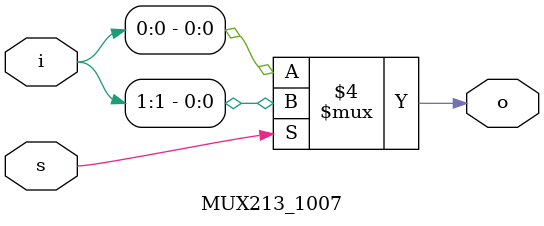
<source format=v>
`timescale 1ns / 1ps
module MUX213_1007(
	input[1:0]i,
	input s,
	output reg o

    );
	always @(s or i)
		if (s==0)
			o = i[0];
		else
			o = i[1];
	


endmodule

</source>
